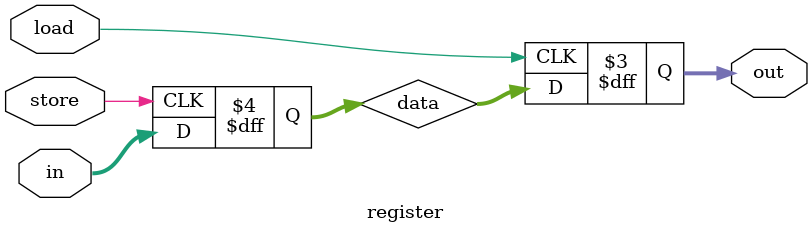
<source format=v>
module register (input [WIDTH-1:0]in,
    output reg [WIDTH-1:0]out,
    input store, load
    );
parameter WIDTH=32;
//input [WIDTH-1:0] in;
//output reg [WIDTH-1:0] out;
//input store, load;

reg [WIDTH-1:0]data;

always @ (posedge store)
    data <= in;

always @ (posedge load)
    out <= data;

endmodule

</source>
